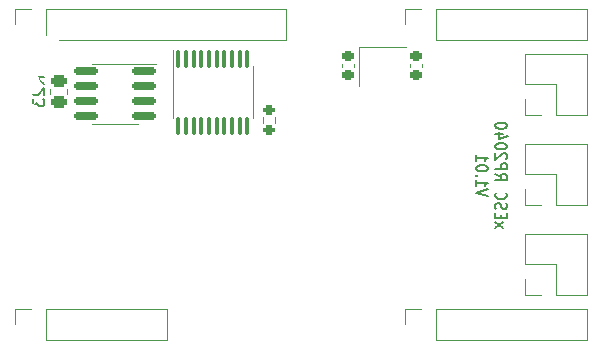
<source format=gbr>
%TF.GenerationSoftware,KiCad,Pcbnew,(6.0.1)*%
%TF.CreationDate,2022-05-20T20:33:31+02:00*%
%TF.ProjectId,xESC2,78455343-322e-46b6-9963-61645f706362,rev?*%
%TF.SameCoordinates,Original*%
%TF.FileFunction,Legend,Bot*%
%TF.FilePolarity,Positive*%
%FSLAX46Y46*%
G04 Gerber Fmt 4.6, Leading zero omitted, Abs format (unit mm)*
G04 Created by KiCad (PCBNEW (6.0.1)) date 2022-05-20 20:33:31*
%MOMM*%
%LPD*%
G01*
G04 APERTURE LIST*
G04 Aperture macros list*
%AMRoundRect*
0 Rectangle with rounded corners*
0 $1 Rounding radius*
0 $2 $3 $4 $5 $6 $7 $8 $9 X,Y pos of 4 corners*
0 Add a 4 corners polygon primitive as box body*
4,1,4,$2,$3,$4,$5,$6,$7,$8,$9,$2,$3,0*
0 Add four circle primitives for the rounded corners*
1,1,$1+$1,$2,$3*
1,1,$1+$1,$4,$5*
1,1,$1+$1,$6,$7*
1,1,$1+$1,$8,$9*
0 Add four rect primitives between the rounded corners*
20,1,$1+$1,$2,$3,$4,$5,0*
20,1,$1+$1,$4,$5,$6,$7,0*
20,1,$1+$1,$6,$7,$8,$9,0*
20,1,$1+$1,$8,$9,$2,$3,0*%
G04 Aperture macros list end*
%ADD10C,0.150000*%
%ADD11C,0.120000*%
%ADD12R,1.700000X1.700000*%
%ADD13O,1.700000X1.700000*%
%ADD14C,0.600000*%
%ADD15O,1.700000X0.850000*%
%ADD16C,1.500000*%
%ADD17RoundRect,0.100000X-0.100000X0.637500X-0.100000X-0.637500X0.100000X-0.637500X0.100000X0.637500X0*%
%ADD18RoundRect,0.250000X-0.450000X0.262500X-0.450000X-0.262500X0.450000X-0.262500X0.450000X0.262500X0*%
%ADD19RoundRect,0.150000X0.825000X0.150000X-0.825000X0.150000X-0.825000X-0.150000X0.825000X-0.150000X0*%
%ADD20RoundRect,0.225000X0.250000X-0.225000X0.250000X0.225000X-0.250000X0.225000X-0.250000X-0.225000X0*%
%ADD21R,1.400000X1.200000*%
%ADD22RoundRect,0.225000X-0.250000X0.225000X-0.250000X-0.225000X0.250000X-0.225000X0.250000X0.225000X0*%
%ADD23RoundRect,0.200000X0.275000X-0.200000X0.275000X0.200000X-0.275000X0.200000X-0.275000X-0.200000X0*%
G04 APERTURE END LIST*
D10*
X270377619Y-122953571D02*
X271044285Y-122482142D01*
X271044285Y-122953571D02*
X270377619Y-122482142D01*
X270901428Y-122139285D02*
X270901428Y-121839285D01*
X270377619Y-121710714D02*
X270377619Y-122139285D01*
X271377619Y-122139285D01*
X271377619Y-121710714D01*
X270425238Y-121367857D02*
X270377619Y-121239285D01*
X270377619Y-121025000D01*
X270425238Y-120939285D01*
X270472857Y-120896428D01*
X270568095Y-120853571D01*
X270663333Y-120853571D01*
X270758571Y-120896428D01*
X270806190Y-120939285D01*
X270853809Y-121025000D01*
X270901428Y-121196428D01*
X270949047Y-121282142D01*
X270996666Y-121325000D01*
X271091904Y-121367857D01*
X271187142Y-121367857D01*
X271282380Y-121325000D01*
X271330000Y-121282142D01*
X271377619Y-121196428D01*
X271377619Y-120982142D01*
X271330000Y-120853571D01*
X270472857Y-119953571D02*
X270425238Y-119996428D01*
X270377619Y-120125000D01*
X270377619Y-120210714D01*
X270425238Y-120339285D01*
X270520476Y-120425000D01*
X270615714Y-120467857D01*
X270806190Y-120510714D01*
X270949047Y-120510714D01*
X271139523Y-120467857D01*
X271234761Y-120425000D01*
X271330000Y-120339285D01*
X271377619Y-120210714D01*
X271377619Y-120125000D01*
X271330000Y-119996428D01*
X271282380Y-119953571D01*
X270377619Y-118367857D02*
X270853809Y-118667857D01*
X270377619Y-118882142D02*
X271377619Y-118882142D01*
X271377619Y-118539285D01*
X271330000Y-118453571D01*
X271282380Y-118410714D01*
X271187142Y-118367857D01*
X271044285Y-118367857D01*
X270949047Y-118410714D01*
X270901428Y-118453571D01*
X270853809Y-118539285D01*
X270853809Y-118882142D01*
X270377619Y-117982142D02*
X271377619Y-117982142D01*
X271377619Y-117639285D01*
X271330000Y-117553571D01*
X271282380Y-117510714D01*
X271187142Y-117467857D01*
X271044285Y-117467857D01*
X270949047Y-117510714D01*
X270901428Y-117553571D01*
X270853809Y-117639285D01*
X270853809Y-117982142D01*
X271282380Y-117125000D02*
X271330000Y-117082142D01*
X271377619Y-116996428D01*
X271377619Y-116782142D01*
X271330000Y-116696428D01*
X271282380Y-116653571D01*
X271187142Y-116610714D01*
X271091904Y-116610714D01*
X270949047Y-116653571D01*
X270377619Y-117167857D01*
X270377619Y-116610714D01*
X271377619Y-116053571D02*
X271377619Y-115967857D01*
X271330000Y-115882142D01*
X271282380Y-115839285D01*
X271187142Y-115796428D01*
X270996666Y-115753571D01*
X270758571Y-115753571D01*
X270568095Y-115796428D01*
X270472857Y-115839285D01*
X270425238Y-115882142D01*
X270377619Y-115967857D01*
X270377619Y-116053571D01*
X270425238Y-116139285D01*
X270472857Y-116182142D01*
X270568095Y-116225000D01*
X270758571Y-116267857D01*
X270996666Y-116267857D01*
X271187142Y-116225000D01*
X271282380Y-116182142D01*
X271330000Y-116139285D01*
X271377619Y-116053571D01*
X271044285Y-114982142D02*
X270377619Y-114982142D01*
X271425238Y-115196428D02*
X270710952Y-115410714D01*
X270710952Y-114853571D01*
X271377619Y-114339285D02*
X271377619Y-114253571D01*
X271330000Y-114167857D01*
X271282380Y-114125000D01*
X271187142Y-114082142D01*
X270996666Y-114039285D01*
X270758571Y-114039285D01*
X270568095Y-114082142D01*
X270472857Y-114125000D01*
X270425238Y-114167857D01*
X270377619Y-114253571D01*
X270377619Y-114339285D01*
X270425238Y-114425000D01*
X270472857Y-114467857D01*
X270568095Y-114510714D01*
X270758571Y-114553571D01*
X270996666Y-114553571D01*
X271187142Y-114510714D01*
X271282380Y-114467857D01*
X271330000Y-114425000D01*
X271377619Y-114339285D01*
X269767619Y-120275000D02*
X268767619Y-119975000D01*
X269767619Y-119675000D01*
X268767619Y-118903571D02*
X268767619Y-119417857D01*
X268767619Y-119160714D02*
X269767619Y-119160714D01*
X269624761Y-119246428D01*
X269529523Y-119332142D01*
X269481904Y-119417857D01*
X268862857Y-118517857D02*
X268815238Y-118475000D01*
X268767619Y-118517857D01*
X268815238Y-118560714D01*
X268862857Y-118517857D01*
X268767619Y-118517857D01*
X269767619Y-117917857D02*
X269767619Y-117832142D01*
X269720000Y-117746428D01*
X269672380Y-117703571D01*
X269577142Y-117660714D01*
X269386666Y-117617857D01*
X269148571Y-117617857D01*
X268958095Y-117660714D01*
X268862857Y-117703571D01*
X268815238Y-117746428D01*
X268767619Y-117832142D01*
X268767619Y-117917857D01*
X268815238Y-118003571D01*
X268862857Y-118046428D01*
X268958095Y-118089285D01*
X269148571Y-118132142D01*
X269386666Y-118132142D01*
X269577142Y-118089285D01*
X269672380Y-118046428D01*
X269720000Y-118003571D01*
X269767619Y-117917857D01*
X268767619Y-116760714D02*
X268767619Y-117275000D01*
X268767619Y-117017857D02*
X269767619Y-117017857D01*
X269624761Y-117103571D01*
X269529523Y-117189285D01*
X269481904Y-117275000D01*
%TO.C,R23*%
X232202380Y-110757142D02*
X231726190Y-110423809D01*
X232202380Y-110185714D02*
X231202380Y-110185714D01*
X231202380Y-110566666D01*
X231250000Y-110661904D01*
X231297619Y-110709523D01*
X231392857Y-110757142D01*
X231535714Y-110757142D01*
X231630952Y-110709523D01*
X231678571Y-110661904D01*
X231726190Y-110566666D01*
X231726190Y-110185714D01*
X231297619Y-111138095D02*
X231250000Y-111185714D01*
X231202380Y-111280952D01*
X231202380Y-111519047D01*
X231250000Y-111614285D01*
X231297619Y-111661904D01*
X231392857Y-111709523D01*
X231488095Y-111709523D01*
X231630952Y-111661904D01*
X232202380Y-111090476D01*
X232202380Y-111709523D01*
X231202380Y-112042857D02*
X231202380Y-112661904D01*
X231583333Y-112328571D01*
X231583333Y-112471428D01*
X231630952Y-112566666D01*
X231678571Y-112614285D01*
X231773809Y-112661904D01*
X232011904Y-112661904D01*
X232107142Y-112614285D01*
X232154761Y-112566666D01*
X232202380Y-112471428D01*
X232202380Y-112185714D01*
X232154761Y-112090476D01*
X232107142Y-112042857D01*
D11*
%TO.C,J4*%
X232330000Y-132430000D02*
X242550000Y-132430000D01*
X242550000Y-129770000D02*
X242550000Y-132430000D01*
X232330000Y-129770000D02*
X242550000Y-129770000D01*
X229730000Y-129770000D02*
X229730000Y-131100000D01*
X231060000Y-129770000D02*
X229730000Y-129770000D01*
X232330000Y-129770000D02*
X232330000Y-132430000D01*
%TO.C,J7*%
X265350000Y-104370000D02*
X265350000Y-107030000D01*
X264080000Y-104370000D02*
X262750000Y-104370000D01*
X278110000Y-104370000D02*
X278110000Y-107030000D01*
X265350000Y-107030000D02*
X278110000Y-107030000D01*
X262750000Y-104370000D02*
X262750000Y-105700000D01*
X265350000Y-104370000D02*
X278110000Y-104370000D01*
%TO.C,J8*%
X265350000Y-129770000D02*
X278110000Y-129770000D01*
X265350000Y-129770000D02*
X265350000Y-132430000D01*
X265350000Y-132430000D02*
X278110000Y-132430000D01*
X264080000Y-129770000D02*
X262750000Y-129770000D01*
X262750000Y-129770000D02*
X262750000Y-131100000D01*
X278110000Y-129770000D02*
X278110000Y-132430000D01*
%TO.C,J10*%
X275510000Y-113380000D02*
X278110000Y-113380000D01*
X272910000Y-113380000D02*
X274240000Y-113380000D01*
X272910000Y-110780000D02*
X272910000Y-108180000D01*
X272910000Y-108180000D02*
X278110000Y-108180000D01*
X272910000Y-112050000D02*
X272910000Y-113380000D01*
X278110000Y-113380000D02*
X278110000Y-108180000D01*
X275510000Y-110780000D02*
X275510000Y-113380000D01*
X272910000Y-110780000D02*
X275510000Y-110780000D01*
%TO.C,J9*%
X275510000Y-121000000D02*
X278110000Y-121000000D01*
X272910000Y-118400000D02*
X275510000Y-118400000D01*
X272910000Y-118400000D02*
X272910000Y-115800000D01*
X272910000Y-115800000D02*
X278110000Y-115800000D01*
X272910000Y-119670000D02*
X272910000Y-121000000D01*
X278110000Y-121000000D02*
X278110000Y-115800000D01*
X275510000Y-118400000D02*
X275510000Y-121000000D01*
X272910000Y-121000000D02*
X274240000Y-121000000D01*
%TO.C,J6*%
X272910000Y-126020000D02*
X275510000Y-126020000D01*
X275510000Y-128620000D02*
X278110000Y-128620000D01*
X272910000Y-128620000D02*
X274240000Y-128620000D01*
X275510000Y-126020000D02*
X275510000Y-128620000D01*
X272910000Y-127290000D02*
X272910000Y-128620000D01*
X278110000Y-128620000D02*
X278110000Y-123420000D01*
X272910000Y-126020000D02*
X272910000Y-123420000D01*
X272910000Y-123420000D02*
X278110000Y-123420000D01*
%TO.C,U7*%
X249855000Y-111464524D02*
X249855000Y-109264524D01*
X243085000Y-111464524D02*
X243085000Y-107864524D01*
X243085000Y-111464524D02*
X243085000Y-113664524D01*
X249855000Y-111464524D02*
X249855000Y-113664524D01*
%TO.C,R23*%
X232665000Y-111172936D02*
X232665000Y-111627064D01*
X234135000Y-111172936D02*
X234135000Y-111627064D01*
%TO.C,U6*%
X238200000Y-109040000D02*
X236250000Y-109040000D01*
X238200000Y-114160000D02*
X236250000Y-114160000D01*
X238200000Y-109040000D02*
X241650000Y-109040000D01*
X238200000Y-114160000D02*
X240150000Y-114160000D01*
%TO.C,C29*%
X257390000Y-109340580D02*
X257390000Y-109059420D01*
X258410000Y-109340580D02*
X258410000Y-109059420D01*
%TO.C,J1*%
X232320000Y-107030000D02*
X252700000Y-107030000D01*
X229720000Y-104370000D02*
X229720000Y-105700000D01*
X252700000Y-104370000D02*
X252700000Y-107030000D01*
X231050000Y-104370000D02*
X229720000Y-104370000D01*
X232320000Y-104370000D02*
X232320000Y-107030000D01*
X232320000Y-104370000D02*
X252700000Y-104370000D01*
%TO.C,Y2*%
X258800000Y-110950000D02*
X258800000Y-107650000D01*
X258800000Y-107650000D02*
X262800000Y-107650000D01*
%TO.C,C28*%
X263190000Y-109059420D02*
X263190000Y-109340580D01*
X264210000Y-109059420D02*
X264210000Y-109340580D01*
%TO.C,R24*%
X251722500Y-114037258D02*
X251722500Y-113562742D01*
X250677500Y-114037258D02*
X250677500Y-113562742D01*
%TD*%
%LPC*%
D12*
%TO.C,J3*%
X231060000Y-108240000D03*
D13*
X231060000Y-110780000D03*
X231060000Y-113320000D03*
X231060000Y-115860000D03*
X231060000Y-118400000D03*
%TD*%
D14*
%TO.C,J2*%
X232950000Y-126800000D03*
X232950000Y-122800000D03*
D15*
X230600000Y-121975000D03*
X230600000Y-127625000D03*
%TD*%
D12*
%TO.C,J5*%
X256850000Y-131000000D03*
D13*
X254310000Y-131000000D03*
%TD*%
D12*
%TO.C,J4*%
X231060000Y-131100000D03*
D13*
X233600000Y-131100000D03*
X236140000Y-131100000D03*
X238680000Y-131100000D03*
X241220000Y-131100000D03*
%TD*%
D12*
%TO.C,J7*%
X264080000Y-105700000D03*
D13*
X266620000Y-105700000D03*
X269160000Y-105700000D03*
X271700000Y-105700000D03*
X274240000Y-105700000D03*
X276780000Y-105700000D03*
%TD*%
D12*
%TO.C,J8*%
X264080000Y-131100000D03*
D13*
X266620000Y-131100000D03*
X269160000Y-131100000D03*
X271700000Y-131100000D03*
X274240000Y-131100000D03*
X276780000Y-131100000D03*
%TD*%
D12*
%TO.C,J10*%
X274240000Y-112050000D03*
D13*
X276780000Y-112050000D03*
X274240000Y-109510000D03*
X276780000Y-109510000D03*
%TD*%
D12*
%TO.C,J9*%
X274240000Y-119670000D03*
D13*
X276780000Y-119670000D03*
X274240000Y-117130000D03*
X276780000Y-117130000D03*
%TD*%
D12*
%TO.C,J6*%
X274240000Y-127290000D03*
D13*
X276780000Y-127290000D03*
X274240000Y-124750000D03*
X276780000Y-124750000D03*
%TD*%
D16*
%TO.C,FID3*%
X270500000Y-127400000D03*
%TD*%
%TO.C,FID6*%
X231400000Y-124800000D03*
%TD*%
%TO.C,FID7*%
X270500000Y-109400000D03*
%TD*%
%TO.C,FID8*%
X232800000Y-107300000D03*
%TD*%
D17*
%TO.C,U7*%
X243545000Y-108602024D03*
X244195000Y-108602024D03*
X244845000Y-108602024D03*
X245495000Y-108602024D03*
X246145000Y-108602024D03*
X246795000Y-108602024D03*
X247445000Y-108602024D03*
X248095000Y-108602024D03*
X248745000Y-108602024D03*
X249395000Y-108602024D03*
X249395000Y-114327024D03*
X248745000Y-114327024D03*
X248095000Y-114327024D03*
X247445000Y-114327024D03*
X246795000Y-114327024D03*
X246145000Y-114327024D03*
X245495000Y-114327024D03*
X244845000Y-114327024D03*
X244195000Y-114327024D03*
X243545000Y-114327024D03*
%TD*%
D18*
%TO.C,R23*%
X233400000Y-110487500D03*
X233400000Y-112312500D03*
%TD*%
D19*
%TO.C,U6*%
X240675000Y-109695000D03*
X240675000Y-110965000D03*
X240675000Y-112235000D03*
X240675000Y-113505000D03*
X235725000Y-113505000D03*
X235725000Y-112235000D03*
X235725000Y-110965000D03*
X235725000Y-109695000D03*
%TD*%
D20*
%TO.C,C29*%
X257900000Y-109975000D03*
X257900000Y-108425000D03*
%TD*%
D12*
%TO.C,J1*%
X231050000Y-105700000D03*
D13*
X233590000Y-105700000D03*
X236130000Y-105700000D03*
X238670000Y-105700000D03*
X241210000Y-105700000D03*
X243750000Y-105700000D03*
X246290000Y-105700000D03*
X248830000Y-105700000D03*
X251370000Y-105700000D03*
%TD*%
D21*
%TO.C,Y2*%
X259700000Y-108450000D03*
X261900000Y-108450000D03*
X261900000Y-110150000D03*
X259700000Y-110150000D03*
%TD*%
D22*
%TO.C,C28*%
X263700000Y-108425000D03*
X263700000Y-109975000D03*
%TD*%
D23*
%TO.C,R24*%
X251200000Y-114625000D03*
X251200000Y-112975000D03*
%TD*%
M02*

</source>
